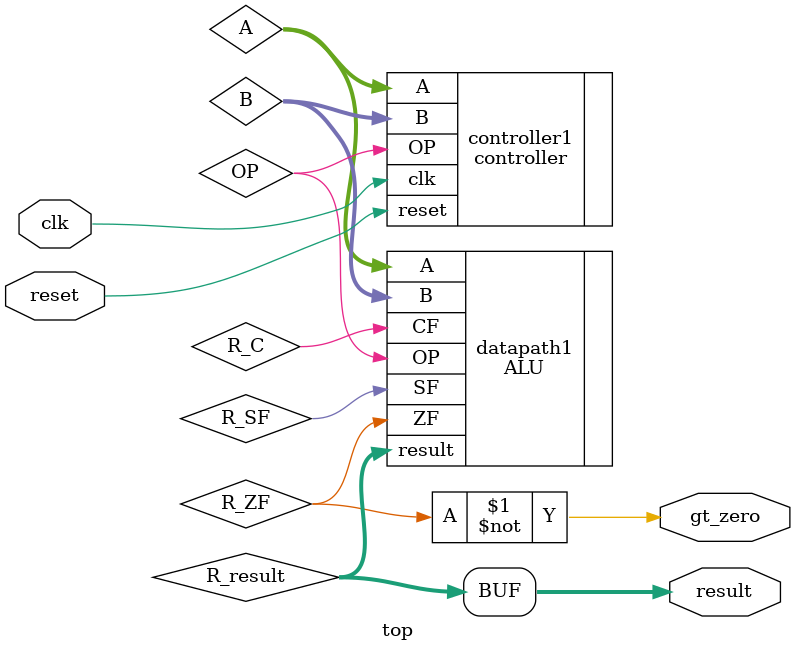
<source format=v>
module top
(
    input wire clk, reset,
    output wire [4:0] result,
    output wire gt_zero
);
    wire [4:0] A, B;
    wire OP;
    wire [4:0] R_result;
    wire R_C, R_SF, R_ZF;

    controller controller1 (
        .clk(clk),
        .reset(reset),
        .A(A),
        .B(B),
        .OP(OP)
    );

    ALU datapath1 (
        .A(A),
        .B(B),
        .OP(OP),
        .result(R_result),
        .CF(R_C),
        .SF(R_SF),
        .ZF(R_ZF)
    );

    assign result = R_result;
    assign gt_zero = ~R_ZF;

endmodule

</source>
